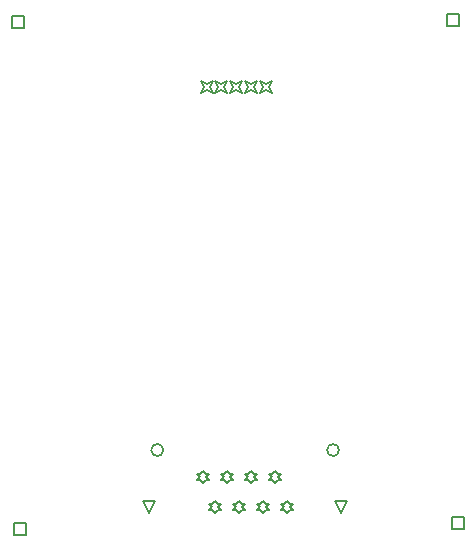
<source format=gbr>
%TF.GenerationSoftware,Altium Limited,Altium Designer,18.0.12 (696)*%
G04 Layer_Color=2752767*
%FSLAX26Y26*%
%MOIN*%
%TF.FileFunction,Drawing*%
%TF.Part,Single*%
G01*
G75*
%TA.AperFunction,NonConductor*%
%ADD35C,0.005000*%
%ADD36C,0.006667*%
D35*
X1182360Y1166220D02*
Y1206220D01*
X1222360D01*
Y1166220D01*
X1182360D01*
X2642680Y1188230D02*
Y1228230D01*
X2682680D01*
Y1188230D01*
X2642680D01*
X1177390Y2858000D02*
Y2898000D01*
X1217390D01*
Y2858000D01*
X1177390D01*
X2628680Y2864370D02*
Y2904370D01*
X2668680D01*
Y2864370D01*
X2628680D01*
X2274210Y1239450D02*
X2254210Y1279450D01*
X2294210D01*
X2274210Y1239450D01*
X1634450D02*
X1614450Y1279450D01*
X1654450D01*
X1634450Y1239450D01*
X2094880D02*
X2104880Y1249450D01*
X2114880D01*
X2104880Y1259450D01*
X2114880Y1269450D01*
X2104880D01*
X2094880Y1279450D01*
X2084880Y1269450D01*
X2074880D01*
X2084880Y1259450D01*
X2074880Y1249450D01*
X2084880D01*
X2094880Y1239450D01*
X2054720Y1339450D02*
X2064720Y1349450D01*
X2074720D01*
X2064720Y1359450D01*
X2074720Y1369450D01*
X2064720D01*
X2054720Y1379450D01*
X2044720Y1369450D01*
X2034720D01*
X2044720Y1359450D01*
X2034720Y1349450D01*
X2044720D01*
X2054720Y1339450D01*
X2014570Y1239450D02*
X2024570Y1249450D01*
X2034570D01*
X2024570Y1259450D01*
X2034570Y1269450D01*
X2024570D01*
X2014570Y1279450D01*
X2004570Y1269450D01*
X1994570D01*
X2004570Y1259450D01*
X1994570Y1249450D01*
X2004570D01*
X2014570Y1239450D01*
X1974410Y1339450D02*
X1984410Y1349450D01*
X1994410D01*
X1984410Y1359450D01*
X1994410Y1369450D01*
X1984410D01*
X1974410Y1379450D01*
X1964410Y1369450D01*
X1954410D01*
X1964410Y1359450D01*
X1954410Y1349450D01*
X1964410D01*
X1974410Y1339450D01*
X1934250Y1239450D02*
X1944250Y1249450D01*
X1954250D01*
X1944250Y1259450D01*
X1954250Y1269450D01*
X1944250D01*
X1934250Y1279450D01*
X1924250Y1269450D01*
X1914250D01*
X1924250Y1259450D01*
X1914250Y1249450D01*
X1924250D01*
X1934250Y1239450D01*
X1894090Y1339450D02*
X1904090Y1349450D01*
X1914090D01*
X1904090Y1359450D01*
X1914090Y1369450D01*
X1904090D01*
X1894090Y1379450D01*
X1884090Y1369450D01*
X1874090D01*
X1884090Y1359450D01*
X1874090Y1349450D01*
X1884090D01*
X1894090Y1339450D01*
X1853940Y1239450D02*
X1863940Y1249450D01*
X1873940D01*
X1863940Y1259450D01*
X1873940Y1269450D01*
X1863940D01*
X1853940Y1279450D01*
X1843940Y1269450D01*
X1833940D01*
X1843940Y1259450D01*
X1833940Y1249450D01*
X1843940D01*
X1853940Y1239450D01*
X1813780Y1339450D02*
X1823780Y1349450D01*
X1833780D01*
X1823780Y1359450D01*
X1833780Y1369450D01*
X1823780D01*
X1813780Y1379450D01*
X1803780Y1369450D01*
X1793780D01*
X1803780Y1359450D01*
X1793780Y1349450D01*
X1803780D01*
X1813780Y1339450D01*
X1805530Y2641500D02*
X1815530Y2661500D01*
X1805530Y2681500D01*
X1825530Y2671500D01*
X1845530Y2681500D01*
X1835530Y2661500D01*
X1845530Y2641500D01*
X1825530Y2651500D01*
X1805530Y2641500D01*
X1854750D02*
X1864750Y2661500D01*
X1854750Y2681500D01*
X1874750Y2671500D01*
X1894750Y2681500D01*
X1884750Y2661500D01*
X1894750Y2641500D01*
X1874750Y2651500D01*
X1854750Y2641500D01*
X1903960D02*
X1913960Y2661500D01*
X1903960Y2681500D01*
X1923960Y2671500D01*
X1943960Y2681500D01*
X1933960Y2661500D01*
X1943960Y2641500D01*
X1923960Y2651500D01*
X1903960Y2641500D01*
X1953170D02*
X1963170Y2661500D01*
X1953170Y2681500D01*
X1973170Y2671500D01*
X1993170Y2681500D01*
X1983170Y2661500D01*
X1993170Y2641500D01*
X1973170Y2651500D01*
X1953170Y2641500D01*
X2002390D02*
X2012390Y2661500D01*
X2002390Y2681500D01*
X2022390Y2671500D01*
X2042390Y2681500D01*
X2032390Y2661500D01*
X2042390Y2641500D01*
X2022390Y2651500D01*
X2002390Y2641500D01*
D36*
X2267240Y1450000D02*
G03*
X2267240Y1450000I-20000J0D01*
G01*
X1681420D02*
G03*
X1681420Y1450000I-20000J0D01*
G01*
%TF.MD5,4361231a1371088682bed5f5f0288299*%
M02*

</source>
